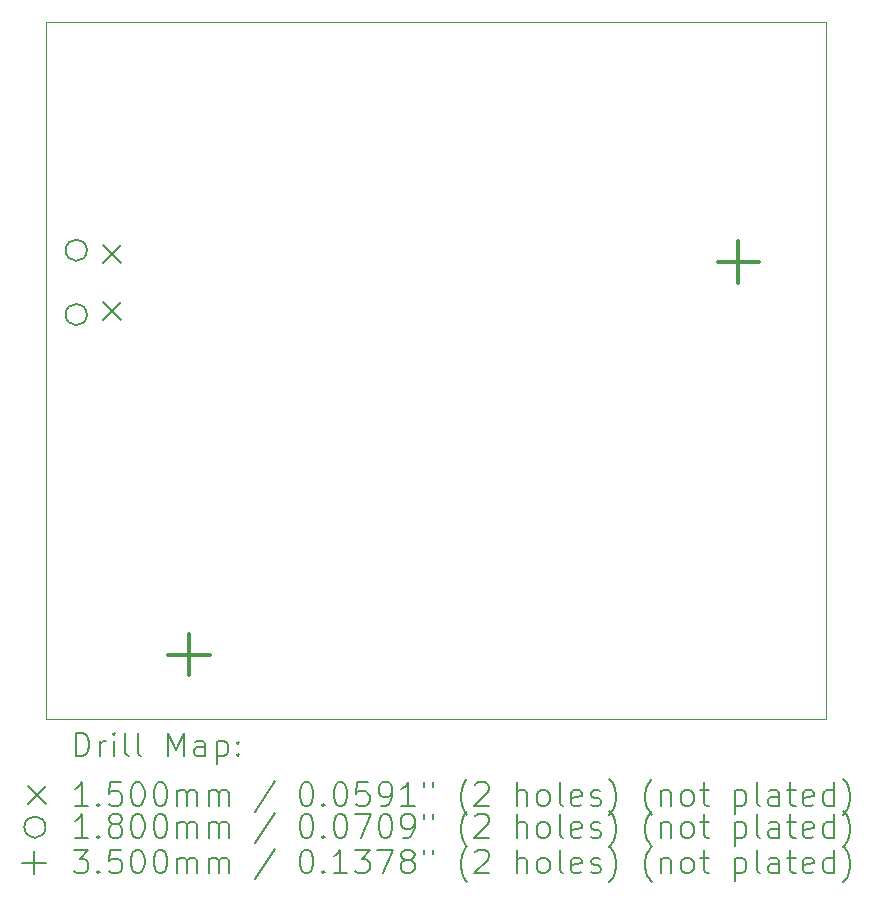
<source format=gbr>
%FSLAX45Y45*%
G04 Gerber Fmt 4.5, Leading zero omitted, Abs format (unit mm)*
G04 Created by KiCad (PCBNEW (6.0.4)) date 2023-05-30 12:53:22*
%MOMM*%
%LPD*%
G01*
G04 APERTURE LIST*
%TA.AperFunction,Profile*%
%ADD10C,0.100000*%
%TD*%
%ADD11C,0.200000*%
%ADD12C,0.150000*%
%ADD13C,0.180000*%
%ADD14C,0.350000*%
G04 APERTURE END LIST*
D10*
X11421500Y-7215000D02*
X18021500Y-7215000D01*
X18021500Y-7215000D02*
X18021500Y-13115000D01*
X18021500Y-13115000D02*
X11421500Y-13115000D01*
X11421500Y-13115000D02*
X11421500Y-7215000D01*
D11*
D12*
X11904500Y-9100000D02*
X12054500Y-9250000D01*
X12054500Y-9100000D02*
X11904500Y-9250000D01*
X11904500Y-9585000D02*
X12054500Y-9735000D01*
X12054500Y-9585000D02*
X11904500Y-9735000D01*
D13*
X11766500Y-9145000D02*
G75*
G03*
X11766500Y-9145000I-90000J0D01*
G01*
X11766500Y-9690000D02*
G75*
G03*
X11766500Y-9690000I-90000J0D01*
G01*
D14*
X12631500Y-12395000D02*
X12631500Y-12745000D01*
X12456500Y-12570000D02*
X12806500Y-12570000D01*
X17281500Y-9070000D02*
X17281500Y-9420000D01*
X17106500Y-9245000D02*
X17456500Y-9245000D01*
D11*
X11674119Y-13430476D02*
X11674119Y-13230476D01*
X11721738Y-13230476D01*
X11750309Y-13240000D01*
X11769357Y-13259048D01*
X11778881Y-13278095D01*
X11788405Y-13316190D01*
X11788405Y-13344762D01*
X11778881Y-13382857D01*
X11769357Y-13401905D01*
X11750309Y-13420952D01*
X11721738Y-13430476D01*
X11674119Y-13430476D01*
X11874119Y-13430476D02*
X11874119Y-13297143D01*
X11874119Y-13335238D02*
X11883643Y-13316190D01*
X11893167Y-13306667D01*
X11912214Y-13297143D01*
X11931262Y-13297143D01*
X11997928Y-13430476D02*
X11997928Y-13297143D01*
X11997928Y-13230476D02*
X11988405Y-13240000D01*
X11997928Y-13249524D01*
X12007452Y-13240000D01*
X11997928Y-13230476D01*
X11997928Y-13249524D01*
X12121738Y-13430476D02*
X12102690Y-13420952D01*
X12093167Y-13401905D01*
X12093167Y-13230476D01*
X12226500Y-13430476D02*
X12207452Y-13420952D01*
X12197928Y-13401905D01*
X12197928Y-13230476D01*
X12455071Y-13430476D02*
X12455071Y-13230476D01*
X12521738Y-13373333D01*
X12588405Y-13230476D01*
X12588405Y-13430476D01*
X12769357Y-13430476D02*
X12769357Y-13325714D01*
X12759833Y-13306667D01*
X12740786Y-13297143D01*
X12702690Y-13297143D01*
X12683643Y-13306667D01*
X12769357Y-13420952D02*
X12750309Y-13430476D01*
X12702690Y-13430476D01*
X12683643Y-13420952D01*
X12674119Y-13401905D01*
X12674119Y-13382857D01*
X12683643Y-13363809D01*
X12702690Y-13354286D01*
X12750309Y-13354286D01*
X12769357Y-13344762D01*
X12864595Y-13297143D02*
X12864595Y-13497143D01*
X12864595Y-13306667D02*
X12883643Y-13297143D01*
X12921738Y-13297143D01*
X12940786Y-13306667D01*
X12950309Y-13316190D01*
X12959833Y-13335238D01*
X12959833Y-13392381D01*
X12950309Y-13411428D01*
X12940786Y-13420952D01*
X12921738Y-13430476D01*
X12883643Y-13430476D01*
X12864595Y-13420952D01*
X13045548Y-13411428D02*
X13055071Y-13420952D01*
X13045548Y-13430476D01*
X13036024Y-13420952D01*
X13045548Y-13411428D01*
X13045548Y-13430476D01*
X13045548Y-13306667D02*
X13055071Y-13316190D01*
X13045548Y-13325714D01*
X13036024Y-13316190D01*
X13045548Y-13306667D01*
X13045548Y-13325714D01*
D12*
X11266500Y-13685000D02*
X11416500Y-13835000D01*
X11416500Y-13685000D02*
X11266500Y-13835000D01*
D11*
X11778881Y-13850476D02*
X11664595Y-13850476D01*
X11721738Y-13850476D02*
X11721738Y-13650476D01*
X11702690Y-13679048D01*
X11683643Y-13698095D01*
X11664595Y-13707619D01*
X11864595Y-13831428D02*
X11874119Y-13840952D01*
X11864595Y-13850476D01*
X11855071Y-13840952D01*
X11864595Y-13831428D01*
X11864595Y-13850476D01*
X12055071Y-13650476D02*
X11959833Y-13650476D01*
X11950309Y-13745714D01*
X11959833Y-13736190D01*
X11978881Y-13726667D01*
X12026500Y-13726667D01*
X12045548Y-13736190D01*
X12055071Y-13745714D01*
X12064595Y-13764762D01*
X12064595Y-13812381D01*
X12055071Y-13831428D01*
X12045548Y-13840952D01*
X12026500Y-13850476D01*
X11978881Y-13850476D01*
X11959833Y-13840952D01*
X11950309Y-13831428D01*
X12188405Y-13650476D02*
X12207452Y-13650476D01*
X12226500Y-13660000D01*
X12236024Y-13669524D01*
X12245548Y-13688571D01*
X12255071Y-13726667D01*
X12255071Y-13774286D01*
X12245548Y-13812381D01*
X12236024Y-13831428D01*
X12226500Y-13840952D01*
X12207452Y-13850476D01*
X12188405Y-13850476D01*
X12169357Y-13840952D01*
X12159833Y-13831428D01*
X12150309Y-13812381D01*
X12140786Y-13774286D01*
X12140786Y-13726667D01*
X12150309Y-13688571D01*
X12159833Y-13669524D01*
X12169357Y-13660000D01*
X12188405Y-13650476D01*
X12378881Y-13650476D02*
X12397928Y-13650476D01*
X12416976Y-13660000D01*
X12426500Y-13669524D01*
X12436024Y-13688571D01*
X12445548Y-13726667D01*
X12445548Y-13774286D01*
X12436024Y-13812381D01*
X12426500Y-13831428D01*
X12416976Y-13840952D01*
X12397928Y-13850476D01*
X12378881Y-13850476D01*
X12359833Y-13840952D01*
X12350309Y-13831428D01*
X12340786Y-13812381D01*
X12331262Y-13774286D01*
X12331262Y-13726667D01*
X12340786Y-13688571D01*
X12350309Y-13669524D01*
X12359833Y-13660000D01*
X12378881Y-13650476D01*
X12531262Y-13850476D02*
X12531262Y-13717143D01*
X12531262Y-13736190D02*
X12540786Y-13726667D01*
X12559833Y-13717143D01*
X12588405Y-13717143D01*
X12607452Y-13726667D01*
X12616976Y-13745714D01*
X12616976Y-13850476D01*
X12616976Y-13745714D02*
X12626500Y-13726667D01*
X12645548Y-13717143D01*
X12674119Y-13717143D01*
X12693167Y-13726667D01*
X12702690Y-13745714D01*
X12702690Y-13850476D01*
X12797928Y-13850476D02*
X12797928Y-13717143D01*
X12797928Y-13736190D02*
X12807452Y-13726667D01*
X12826500Y-13717143D01*
X12855071Y-13717143D01*
X12874119Y-13726667D01*
X12883643Y-13745714D01*
X12883643Y-13850476D01*
X12883643Y-13745714D02*
X12893167Y-13726667D01*
X12912214Y-13717143D01*
X12940786Y-13717143D01*
X12959833Y-13726667D01*
X12969357Y-13745714D01*
X12969357Y-13850476D01*
X13359833Y-13640952D02*
X13188405Y-13898095D01*
X13616976Y-13650476D02*
X13636024Y-13650476D01*
X13655071Y-13660000D01*
X13664595Y-13669524D01*
X13674119Y-13688571D01*
X13683643Y-13726667D01*
X13683643Y-13774286D01*
X13674119Y-13812381D01*
X13664595Y-13831428D01*
X13655071Y-13840952D01*
X13636024Y-13850476D01*
X13616976Y-13850476D01*
X13597928Y-13840952D01*
X13588405Y-13831428D01*
X13578881Y-13812381D01*
X13569357Y-13774286D01*
X13569357Y-13726667D01*
X13578881Y-13688571D01*
X13588405Y-13669524D01*
X13597928Y-13660000D01*
X13616976Y-13650476D01*
X13769357Y-13831428D02*
X13778881Y-13840952D01*
X13769357Y-13850476D01*
X13759833Y-13840952D01*
X13769357Y-13831428D01*
X13769357Y-13850476D01*
X13902690Y-13650476D02*
X13921738Y-13650476D01*
X13940786Y-13660000D01*
X13950309Y-13669524D01*
X13959833Y-13688571D01*
X13969357Y-13726667D01*
X13969357Y-13774286D01*
X13959833Y-13812381D01*
X13950309Y-13831428D01*
X13940786Y-13840952D01*
X13921738Y-13850476D01*
X13902690Y-13850476D01*
X13883643Y-13840952D01*
X13874119Y-13831428D01*
X13864595Y-13812381D01*
X13855071Y-13774286D01*
X13855071Y-13726667D01*
X13864595Y-13688571D01*
X13874119Y-13669524D01*
X13883643Y-13660000D01*
X13902690Y-13650476D01*
X14150309Y-13650476D02*
X14055071Y-13650476D01*
X14045548Y-13745714D01*
X14055071Y-13736190D01*
X14074119Y-13726667D01*
X14121738Y-13726667D01*
X14140786Y-13736190D01*
X14150309Y-13745714D01*
X14159833Y-13764762D01*
X14159833Y-13812381D01*
X14150309Y-13831428D01*
X14140786Y-13840952D01*
X14121738Y-13850476D01*
X14074119Y-13850476D01*
X14055071Y-13840952D01*
X14045548Y-13831428D01*
X14255071Y-13850476D02*
X14293167Y-13850476D01*
X14312214Y-13840952D01*
X14321738Y-13831428D01*
X14340786Y-13802857D01*
X14350309Y-13764762D01*
X14350309Y-13688571D01*
X14340786Y-13669524D01*
X14331262Y-13660000D01*
X14312214Y-13650476D01*
X14274119Y-13650476D01*
X14255071Y-13660000D01*
X14245548Y-13669524D01*
X14236024Y-13688571D01*
X14236024Y-13736190D01*
X14245548Y-13755238D01*
X14255071Y-13764762D01*
X14274119Y-13774286D01*
X14312214Y-13774286D01*
X14331262Y-13764762D01*
X14340786Y-13755238D01*
X14350309Y-13736190D01*
X14540786Y-13850476D02*
X14426500Y-13850476D01*
X14483643Y-13850476D02*
X14483643Y-13650476D01*
X14464595Y-13679048D01*
X14445548Y-13698095D01*
X14426500Y-13707619D01*
X14616976Y-13650476D02*
X14616976Y-13688571D01*
X14693167Y-13650476D02*
X14693167Y-13688571D01*
X14988405Y-13926667D02*
X14978881Y-13917143D01*
X14959833Y-13888571D01*
X14950309Y-13869524D01*
X14940786Y-13840952D01*
X14931262Y-13793333D01*
X14931262Y-13755238D01*
X14940786Y-13707619D01*
X14950309Y-13679048D01*
X14959833Y-13660000D01*
X14978881Y-13631428D01*
X14988405Y-13621905D01*
X15055071Y-13669524D02*
X15064595Y-13660000D01*
X15083643Y-13650476D01*
X15131262Y-13650476D01*
X15150309Y-13660000D01*
X15159833Y-13669524D01*
X15169357Y-13688571D01*
X15169357Y-13707619D01*
X15159833Y-13736190D01*
X15045548Y-13850476D01*
X15169357Y-13850476D01*
X15407452Y-13850476D02*
X15407452Y-13650476D01*
X15493167Y-13850476D02*
X15493167Y-13745714D01*
X15483643Y-13726667D01*
X15464595Y-13717143D01*
X15436024Y-13717143D01*
X15416976Y-13726667D01*
X15407452Y-13736190D01*
X15616976Y-13850476D02*
X15597928Y-13840952D01*
X15588405Y-13831428D01*
X15578881Y-13812381D01*
X15578881Y-13755238D01*
X15588405Y-13736190D01*
X15597928Y-13726667D01*
X15616976Y-13717143D01*
X15645548Y-13717143D01*
X15664595Y-13726667D01*
X15674119Y-13736190D01*
X15683643Y-13755238D01*
X15683643Y-13812381D01*
X15674119Y-13831428D01*
X15664595Y-13840952D01*
X15645548Y-13850476D01*
X15616976Y-13850476D01*
X15797928Y-13850476D02*
X15778881Y-13840952D01*
X15769357Y-13821905D01*
X15769357Y-13650476D01*
X15950309Y-13840952D02*
X15931262Y-13850476D01*
X15893167Y-13850476D01*
X15874119Y-13840952D01*
X15864595Y-13821905D01*
X15864595Y-13745714D01*
X15874119Y-13726667D01*
X15893167Y-13717143D01*
X15931262Y-13717143D01*
X15950309Y-13726667D01*
X15959833Y-13745714D01*
X15959833Y-13764762D01*
X15864595Y-13783809D01*
X16036024Y-13840952D02*
X16055071Y-13850476D01*
X16093167Y-13850476D01*
X16112214Y-13840952D01*
X16121738Y-13821905D01*
X16121738Y-13812381D01*
X16112214Y-13793333D01*
X16093167Y-13783809D01*
X16064595Y-13783809D01*
X16045548Y-13774286D01*
X16036024Y-13755238D01*
X16036024Y-13745714D01*
X16045548Y-13726667D01*
X16064595Y-13717143D01*
X16093167Y-13717143D01*
X16112214Y-13726667D01*
X16188405Y-13926667D02*
X16197928Y-13917143D01*
X16216976Y-13888571D01*
X16226500Y-13869524D01*
X16236024Y-13840952D01*
X16245548Y-13793333D01*
X16245548Y-13755238D01*
X16236024Y-13707619D01*
X16226500Y-13679048D01*
X16216976Y-13660000D01*
X16197928Y-13631428D01*
X16188405Y-13621905D01*
X16550309Y-13926667D02*
X16540786Y-13917143D01*
X16521738Y-13888571D01*
X16512214Y-13869524D01*
X16502690Y-13840952D01*
X16493167Y-13793333D01*
X16493167Y-13755238D01*
X16502690Y-13707619D01*
X16512214Y-13679048D01*
X16521738Y-13660000D01*
X16540786Y-13631428D01*
X16550309Y-13621905D01*
X16626500Y-13717143D02*
X16626500Y-13850476D01*
X16626500Y-13736190D02*
X16636024Y-13726667D01*
X16655071Y-13717143D01*
X16683643Y-13717143D01*
X16702690Y-13726667D01*
X16712214Y-13745714D01*
X16712214Y-13850476D01*
X16836024Y-13850476D02*
X16816976Y-13840952D01*
X16807452Y-13831428D01*
X16797929Y-13812381D01*
X16797929Y-13755238D01*
X16807452Y-13736190D01*
X16816976Y-13726667D01*
X16836024Y-13717143D01*
X16864595Y-13717143D01*
X16883643Y-13726667D01*
X16893167Y-13736190D01*
X16902690Y-13755238D01*
X16902690Y-13812381D01*
X16893167Y-13831428D01*
X16883643Y-13840952D01*
X16864595Y-13850476D01*
X16836024Y-13850476D01*
X16959833Y-13717143D02*
X17036024Y-13717143D01*
X16988405Y-13650476D02*
X16988405Y-13821905D01*
X16997929Y-13840952D01*
X17016976Y-13850476D01*
X17036024Y-13850476D01*
X17255071Y-13717143D02*
X17255071Y-13917143D01*
X17255071Y-13726667D02*
X17274119Y-13717143D01*
X17312214Y-13717143D01*
X17331262Y-13726667D01*
X17340786Y-13736190D01*
X17350310Y-13755238D01*
X17350310Y-13812381D01*
X17340786Y-13831428D01*
X17331262Y-13840952D01*
X17312214Y-13850476D01*
X17274119Y-13850476D01*
X17255071Y-13840952D01*
X17464595Y-13850476D02*
X17445548Y-13840952D01*
X17436024Y-13821905D01*
X17436024Y-13650476D01*
X17626500Y-13850476D02*
X17626500Y-13745714D01*
X17616976Y-13726667D01*
X17597929Y-13717143D01*
X17559833Y-13717143D01*
X17540786Y-13726667D01*
X17626500Y-13840952D02*
X17607452Y-13850476D01*
X17559833Y-13850476D01*
X17540786Y-13840952D01*
X17531262Y-13821905D01*
X17531262Y-13802857D01*
X17540786Y-13783809D01*
X17559833Y-13774286D01*
X17607452Y-13774286D01*
X17626500Y-13764762D01*
X17693167Y-13717143D02*
X17769357Y-13717143D01*
X17721738Y-13650476D02*
X17721738Y-13821905D01*
X17731262Y-13840952D01*
X17750310Y-13850476D01*
X17769357Y-13850476D01*
X17912214Y-13840952D02*
X17893167Y-13850476D01*
X17855071Y-13850476D01*
X17836024Y-13840952D01*
X17826500Y-13821905D01*
X17826500Y-13745714D01*
X17836024Y-13726667D01*
X17855071Y-13717143D01*
X17893167Y-13717143D01*
X17912214Y-13726667D01*
X17921738Y-13745714D01*
X17921738Y-13764762D01*
X17826500Y-13783809D01*
X18093167Y-13850476D02*
X18093167Y-13650476D01*
X18093167Y-13840952D02*
X18074119Y-13850476D01*
X18036024Y-13850476D01*
X18016976Y-13840952D01*
X18007452Y-13831428D01*
X17997929Y-13812381D01*
X17997929Y-13755238D01*
X18007452Y-13736190D01*
X18016976Y-13726667D01*
X18036024Y-13717143D01*
X18074119Y-13717143D01*
X18093167Y-13726667D01*
X18169357Y-13926667D02*
X18178881Y-13917143D01*
X18197929Y-13888571D01*
X18207452Y-13869524D01*
X18216976Y-13840952D01*
X18226500Y-13793333D01*
X18226500Y-13755238D01*
X18216976Y-13707619D01*
X18207452Y-13679048D01*
X18197929Y-13660000D01*
X18178881Y-13631428D01*
X18169357Y-13621905D01*
D13*
X11416500Y-14030000D02*
G75*
G03*
X11416500Y-14030000I-90000J0D01*
G01*
D11*
X11778881Y-14120476D02*
X11664595Y-14120476D01*
X11721738Y-14120476D02*
X11721738Y-13920476D01*
X11702690Y-13949048D01*
X11683643Y-13968095D01*
X11664595Y-13977619D01*
X11864595Y-14101428D02*
X11874119Y-14110952D01*
X11864595Y-14120476D01*
X11855071Y-14110952D01*
X11864595Y-14101428D01*
X11864595Y-14120476D01*
X11988405Y-14006190D02*
X11969357Y-13996667D01*
X11959833Y-13987143D01*
X11950309Y-13968095D01*
X11950309Y-13958571D01*
X11959833Y-13939524D01*
X11969357Y-13930000D01*
X11988405Y-13920476D01*
X12026500Y-13920476D01*
X12045548Y-13930000D01*
X12055071Y-13939524D01*
X12064595Y-13958571D01*
X12064595Y-13968095D01*
X12055071Y-13987143D01*
X12045548Y-13996667D01*
X12026500Y-14006190D01*
X11988405Y-14006190D01*
X11969357Y-14015714D01*
X11959833Y-14025238D01*
X11950309Y-14044286D01*
X11950309Y-14082381D01*
X11959833Y-14101428D01*
X11969357Y-14110952D01*
X11988405Y-14120476D01*
X12026500Y-14120476D01*
X12045548Y-14110952D01*
X12055071Y-14101428D01*
X12064595Y-14082381D01*
X12064595Y-14044286D01*
X12055071Y-14025238D01*
X12045548Y-14015714D01*
X12026500Y-14006190D01*
X12188405Y-13920476D02*
X12207452Y-13920476D01*
X12226500Y-13930000D01*
X12236024Y-13939524D01*
X12245548Y-13958571D01*
X12255071Y-13996667D01*
X12255071Y-14044286D01*
X12245548Y-14082381D01*
X12236024Y-14101428D01*
X12226500Y-14110952D01*
X12207452Y-14120476D01*
X12188405Y-14120476D01*
X12169357Y-14110952D01*
X12159833Y-14101428D01*
X12150309Y-14082381D01*
X12140786Y-14044286D01*
X12140786Y-13996667D01*
X12150309Y-13958571D01*
X12159833Y-13939524D01*
X12169357Y-13930000D01*
X12188405Y-13920476D01*
X12378881Y-13920476D02*
X12397928Y-13920476D01*
X12416976Y-13930000D01*
X12426500Y-13939524D01*
X12436024Y-13958571D01*
X12445548Y-13996667D01*
X12445548Y-14044286D01*
X12436024Y-14082381D01*
X12426500Y-14101428D01*
X12416976Y-14110952D01*
X12397928Y-14120476D01*
X12378881Y-14120476D01*
X12359833Y-14110952D01*
X12350309Y-14101428D01*
X12340786Y-14082381D01*
X12331262Y-14044286D01*
X12331262Y-13996667D01*
X12340786Y-13958571D01*
X12350309Y-13939524D01*
X12359833Y-13930000D01*
X12378881Y-13920476D01*
X12531262Y-14120476D02*
X12531262Y-13987143D01*
X12531262Y-14006190D02*
X12540786Y-13996667D01*
X12559833Y-13987143D01*
X12588405Y-13987143D01*
X12607452Y-13996667D01*
X12616976Y-14015714D01*
X12616976Y-14120476D01*
X12616976Y-14015714D02*
X12626500Y-13996667D01*
X12645548Y-13987143D01*
X12674119Y-13987143D01*
X12693167Y-13996667D01*
X12702690Y-14015714D01*
X12702690Y-14120476D01*
X12797928Y-14120476D02*
X12797928Y-13987143D01*
X12797928Y-14006190D02*
X12807452Y-13996667D01*
X12826500Y-13987143D01*
X12855071Y-13987143D01*
X12874119Y-13996667D01*
X12883643Y-14015714D01*
X12883643Y-14120476D01*
X12883643Y-14015714D02*
X12893167Y-13996667D01*
X12912214Y-13987143D01*
X12940786Y-13987143D01*
X12959833Y-13996667D01*
X12969357Y-14015714D01*
X12969357Y-14120476D01*
X13359833Y-13910952D02*
X13188405Y-14168095D01*
X13616976Y-13920476D02*
X13636024Y-13920476D01*
X13655071Y-13930000D01*
X13664595Y-13939524D01*
X13674119Y-13958571D01*
X13683643Y-13996667D01*
X13683643Y-14044286D01*
X13674119Y-14082381D01*
X13664595Y-14101428D01*
X13655071Y-14110952D01*
X13636024Y-14120476D01*
X13616976Y-14120476D01*
X13597928Y-14110952D01*
X13588405Y-14101428D01*
X13578881Y-14082381D01*
X13569357Y-14044286D01*
X13569357Y-13996667D01*
X13578881Y-13958571D01*
X13588405Y-13939524D01*
X13597928Y-13930000D01*
X13616976Y-13920476D01*
X13769357Y-14101428D02*
X13778881Y-14110952D01*
X13769357Y-14120476D01*
X13759833Y-14110952D01*
X13769357Y-14101428D01*
X13769357Y-14120476D01*
X13902690Y-13920476D02*
X13921738Y-13920476D01*
X13940786Y-13930000D01*
X13950309Y-13939524D01*
X13959833Y-13958571D01*
X13969357Y-13996667D01*
X13969357Y-14044286D01*
X13959833Y-14082381D01*
X13950309Y-14101428D01*
X13940786Y-14110952D01*
X13921738Y-14120476D01*
X13902690Y-14120476D01*
X13883643Y-14110952D01*
X13874119Y-14101428D01*
X13864595Y-14082381D01*
X13855071Y-14044286D01*
X13855071Y-13996667D01*
X13864595Y-13958571D01*
X13874119Y-13939524D01*
X13883643Y-13930000D01*
X13902690Y-13920476D01*
X14036024Y-13920476D02*
X14169357Y-13920476D01*
X14083643Y-14120476D01*
X14283643Y-13920476D02*
X14302690Y-13920476D01*
X14321738Y-13930000D01*
X14331262Y-13939524D01*
X14340786Y-13958571D01*
X14350309Y-13996667D01*
X14350309Y-14044286D01*
X14340786Y-14082381D01*
X14331262Y-14101428D01*
X14321738Y-14110952D01*
X14302690Y-14120476D01*
X14283643Y-14120476D01*
X14264595Y-14110952D01*
X14255071Y-14101428D01*
X14245548Y-14082381D01*
X14236024Y-14044286D01*
X14236024Y-13996667D01*
X14245548Y-13958571D01*
X14255071Y-13939524D01*
X14264595Y-13930000D01*
X14283643Y-13920476D01*
X14445548Y-14120476D02*
X14483643Y-14120476D01*
X14502690Y-14110952D01*
X14512214Y-14101428D01*
X14531262Y-14072857D01*
X14540786Y-14034762D01*
X14540786Y-13958571D01*
X14531262Y-13939524D01*
X14521738Y-13930000D01*
X14502690Y-13920476D01*
X14464595Y-13920476D01*
X14445548Y-13930000D01*
X14436024Y-13939524D01*
X14426500Y-13958571D01*
X14426500Y-14006190D01*
X14436024Y-14025238D01*
X14445548Y-14034762D01*
X14464595Y-14044286D01*
X14502690Y-14044286D01*
X14521738Y-14034762D01*
X14531262Y-14025238D01*
X14540786Y-14006190D01*
X14616976Y-13920476D02*
X14616976Y-13958571D01*
X14693167Y-13920476D02*
X14693167Y-13958571D01*
X14988405Y-14196667D02*
X14978881Y-14187143D01*
X14959833Y-14158571D01*
X14950309Y-14139524D01*
X14940786Y-14110952D01*
X14931262Y-14063333D01*
X14931262Y-14025238D01*
X14940786Y-13977619D01*
X14950309Y-13949048D01*
X14959833Y-13930000D01*
X14978881Y-13901428D01*
X14988405Y-13891905D01*
X15055071Y-13939524D02*
X15064595Y-13930000D01*
X15083643Y-13920476D01*
X15131262Y-13920476D01*
X15150309Y-13930000D01*
X15159833Y-13939524D01*
X15169357Y-13958571D01*
X15169357Y-13977619D01*
X15159833Y-14006190D01*
X15045548Y-14120476D01*
X15169357Y-14120476D01*
X15407452Y-14120476D02*
X15407452Y-13920476D01*
X15493167Y-14120476D02*
X15493167Y-14015714D01*
X15483643Y-13996667D01*
X15464595Y-13987143D01*
X15436024Y-13987143D01*
X15416976Y-13996667D01*
X15407452Y-14006190D01*
X15616976Y-14120476D02*
X15597928Y-14110952D01*
X15588405Y-14101428D01*
X15578881Y-14082381D01*
X15578881Y-14025238D01*
X15588405Y-14006190D01*
X15597928Y-13996667D01*
X15616976Y-13987143D01*
X15645548Y-13987143D01*
X15664595Y-13996667D01*
X15674119Y-14006190D01*
X15683643Y-14025238D01*
X15683643Y-14082381D01*
X15674119Y-14101428D01*
X15664595Y-14110952D01*
X15645548Y-14120476D01*
X15616976Y-14120476D01*
X15797928Y-14120476D02*
X15778881Y-14110952D01*
X15769357Y-14091905D01*
X15769357Y-13920476D01*
X15950309Y-14110952D02*
X15931262Y-14120476D01*
X15893167Y-14120476D01*
X15874119Y-14110952D01*
X15864595Y-14091905D01*
X15864595Y-14015714D01*
X15874119Y-13996667D01*
X15893167Y-13987143D01*
X15931262Y-13987143D01*
X15950309Y-13996667D01*
X15959833Y-14015714D01*
X15959833Y-14034762D01*
X15864595Y-14053809D01*
X16036024Y-14110952D02*
X16055071Y-14120476D01*
X16093167Y-14120476D01*
X16112214Y-14110952D01*
X16121738Y-14091905D01*
X16121738Y-14082381D01*
X16112214Y-14063333D01*
X16093167Y-14053809D01*
X16064595Y-14053809D01*
X16045548Y-14044286D01*
X16036024Y-14025238D01*
X16036024Y-14015714D01*
X16045548Y-13996667D01*
X16064595Y-13987143D01*
X16093167Y-13987143D01*
X16112214Y-13996667D01*
X16188405Y-14196667D02*
X16197928Y-14187143D01*
X16216976Y-14158571D01*
X16226500Y-14139524D01*
X16236024Y-14110952D01*
X16245548Y-14063333D01*
X16245548Y-14025238D01*
X16236024Y-13977619D01*
X16226500Y-13949048D01*
X16216976Y-13930000D01*
X16197928Y-13901428D01*
X16188405Y-13891905D01*
X16550309Y-14196667D02*
X16540786Y-14187143D01*
X16521738Y-14158571D01*
X16512214Y-14139524D01*
X16502690Y-14110952D01*
X16493167Y-14063333D01*
X16493167Y-14025238D01*
X16502690Y-13977619D01*
X16512214Y-13949048D01*
X16521738Y-13930000D01*
X16540786Y-13901428D01*
X16550309Y-13891905D01*
X16626500Y-13987143D02*
X16626500Y-14120476D01*
X16626500Y-14006190D02*
X16636024Y-13996667D01*
X16655071Y-13987143D01*
X16683643Y-13987143D01*
X16702690Y-13996667D01*
X16712214Y-14015714D01*
X16712214Y-14120476D01*
X16836024Y-14120476D02*
X16816976Y-14110952D01*
X16807452Y-14101428D01*
X16797929Y-14082381D01*
X16797929Y-14025238D01*
X16807452Y-14006190D01*
X16816976Y-13996667D01*
X16836024Y-13987143D01*
X16864595Y-13987143D01*
X16883643Y-13996667D01*
X16893167Y-14006190D01*
X16902690Y-14025238D01*
X16902690Y-14082381D01*
X16893167Y-14101428D01*
X16883643Y-14110952D01*
X16864595Y-14120476D01*
X16836024Y-14120476D01*
X16959833Y-13987143D02*
X17036024Y-13987143D01*
X16988405Y-13920476D02*
X16988405Y-14091905D01*
X16997929Y-14110952D01*
X17016976Y-14120476D01*
X17036024Y-14120476D01*
X17255071Y-13987143D02*
X17255071Y-14187143D01*
X17255071Y-13996667D02*
X17274119Y-13987143D01*
X17312214Y-13987143D01*
X17331262Y-13996667D01*
X17340786Y-14006190D01*
X17350310Y-14025238D01*
X17350310Y-14082381D01*
X17340786Y-14101428D01*
X17331262Y-14110952D01*
X17312214Y-14120476D01*
X17274119Y-14120476D01*
X17255071Y-14110952D01*
X17464595Y-14120476D02*
X17445548Y-14110952D01*
X17436024Y-14091905D01*
X17436024Y-13920476D01*
X17626500Y-14120476D02*
X17626500Y-14015714D01*
X17616976Y-13996667D01*
X17597929Y-13987143D01*
X17559833Y-13987143D01*
X17540786Y-13996667D01*
X17626500Y-14110952D02*
X17607452Y-14120476D01*
X17559833Y-14120476D01*
X17540786Y-14110952D01*
X17531262Y-14091905D01*
X17531262Y-14072857D01*
X17540786Y-14053809D01*
X17559833Y-14044286D01*
X17607452Y-14044286D01*
X17626500Y-14034762D01*
X17693167Y-13987143D02*
X17769357Y-13987143D01*
X17721738Y-13920476D02*
X17721738Y-14091905D01*
X17731262Y-14110952D01*
X17750310Y-14120476D01*
X17769357Y-14120476D01*
X17912214Y-14110952D02*
X17893167Y-14120476D01*
X17855071Y-14120476D01*
X17836024Y-14110952D01*
X17826500Y-14091905D01*
X17826500Y-14015714D01*
X17836024Y-13996667D01*
X17855071Y-13987143D01*
X17893167Y-13987143D01*
X17912214Y-13996667D01*
X17921738Y-14015714D01*
X17921738Y-14034762D01*
X17826500Y-14053809D01*
X18093167Y-14120476D02*
X18093167Y-13920476D01*
X18093167Y-14110952D02*
X18074119Y-14120476D01*
X18036024Y-14120476D01*
X18016976Y-14110952D01*
X18007452Y-14101428D01*
X17997929Y-14082381D01*
X17997929Y-14025238D01*
X18007452Y-14006190D01*
X18016976Y-13996667D01*
X18036024Y-13987143D01*
X18074119Y-13987143D01*
X18093167Y-13996667D01*
X18169357Y-14196667D02*
X18178881Y-14187143D01*
X18197929Y-14158571D01*
X18207452Y-14139524D01*
X18216976Y-14110952D01*
X18226500Y-14063333D01*
X18226500Y-14025238D01*
X18216976Y-13977619D01*
X18207452Y-13949048D01*
X18197929Y-13930000D01*
X18178881Y-13901428D01*
X18169357Y-13891905D01*
X11316500Y-14230000D02*
X11316500Y-14430000D01*
X11216500Y-14330000D02*
X11416500Y-14330000D01*
X11655071Y-14220476D02*
X11778881Y-14220476D01*
X11712214Y-14296667D01*
X11740786Y-14296667D01*
X11759833Y-14306190D01*
X11769357Y-14315714D01*
X11778881Y-14334762D01*
X11778881Y-14382381D01*
X11769357Y-14401428D01*
X11759833Y-14410952D01*
X11740786Y-14420476D01*
X11683643Y-14420476D01*
X11664595Y-14410952D01*
X11655071Y-14401428D01*
X11864595Y-14401428D02*
X11874119Y-14410952D01*
X11864595Y-14420476D01*
X11855071Y-14410952D01*
X11864595Y-14401428D01*
X11864595Y-14420476D01*
X12055071Y-14220476D02*
X11959833Y-14220476D01*
X11950309Y-14315714D01*
X11959833Y-14306190D01*
X11978881Y-14296667D01*
X12026500Y-14296667D01*
X12045548Y-14306190D01*
X12055071Y-14315714D01*
X12064595Y-14334762D01*
X12064595Y-14382381D01*
X12055071Y-14401428D01*
X12045548Y-14410952D01*
X12026500Y-14420476D01*
X11978881Y-14420476D01*
X11959833Y-14410952D01*
X11950309Y-14401428D01*
X12188405Y-14220476D02*
X12207452Y-14220476D01*
X12226500Y-14230000D01*
X12236024Y-14239524D01*
X12245548Y-14258571D01*
X12255071Y-14296667D01*
X12255071Y-14344286D01*
X12245548Y-14382381D01*
X12236024Y-14401428D01*
X12226500Y-14410952D01*
X12207452Y-14420476D01*
X12188405Y-14420476D01*
X12169357Y-14410952D01*
X12159833Y-14401428D01*
X12150309Y-14382381D01*
X12140786Y-14344286D01*
X12140786Y-14296667D01*
X12150309Y-14258571D01*
X12159833Y-14239524D01*
X12169357Y-14230000D01*
X12188405Y-14220476D01*
X12378881Y-14220476D02*
X12397928Y-14220476D01*
X12416976Y-14230000D01*
X12426500Y-14239524D01*
X12436024Y-14258571D01*
X12445548Y-14296667D01*
X12445548Y-14344286D01*
X12436024Y-14382381D01*
X12426500Y-14401428D01*
X12416976Y-14410952D01*
X12397928Y-14420476D01*
X12378881Y-14420476D01*
X12359833Y-14410952D01*
X12350309Y-14401428D01*
X12340786Y-14382381D01*
X12331262Y-14344286D01*
X12331262Y-14296667D01*
X12340786Y-14258571D01*
X12350309Y-14239524D01*
X12359833Y-14230000D01*
X12378881Y-14220476D01*
X12531262Y-14420476D02*
X12531262Y-14287143D01*
X12531262Y-14306190D02*
X12540786Y-14296667D01*
X12559833Y-14287143D01*
X12588405Y-14287143D01*
X12607452Y-14296667D01*
X12616976Y-14315714D01*
X12616976Y-14420476D01*
X12616976Y-14315714D02*
X12626500Y-14296667D01*
X12645548Y-14287143D01*
X12674119Y-14287143D01*
X12693167Y-14296667D01*
X12702690Y-14315714D01*
X12702690Y-14420476D01*
X12797928Y-14420476D02*
X12797928Y-14287143D01*
X12797928Y-14306190D02*
X12807452Y-14296667D01*
X12826500Y-14287143D01*
X12855071Y-14287143D01*
X12874119Y-14296667D01*
X12883643Y-14315714D01*
X12883643Y-14420476D01*
X12883643Y-14315714D02*
X12893167Y-14296667D01*
X12912214Y-14287143D01*
X12940786Y-14287143D01*
X12959833Y-14296667D01*
X12969357Y-14315714D01*
X12969357Y-14420476D01*
X13359833Y-14210952D02*
X13188405Y-14468095D01*
X13616976Y-14220476D02*
X13636024Y-14220476D01*
X13655071Y-14230000D01*
X13664595Y-14239524D01*
X13674119Y-14258571D01*
X13683643Y-14296667D01*
X13683643Y-14344286D01*
X13674119Y-14382381D01*
X13664595Y-14401428D01*
X13655071Y-14410952D01*
X13636024Y-14420476D01*
X13616976Y-14420476D01*
X13597928Y-14410952D01*
X13588405Y-14401428D01*
X13578881Y-14382381D01*
X13569357Y-14344286D01*
X13569357Y-14296667D01*
X13578881Y-14258571D01*
X13588405Y-14239524D01*
X13597928Y-14230000D01*
X13616976Y-14220476D01*
X13769357Y-14401428D02*
X13778881Y-14410952D01*
X13769357Y-14420476D01*
X13759833Y-14410952D01*
X13769357Y-14401428D01*
X13769357Y-14420476D01*
X13969357Y-14420476D02*
X13855071Y-14420476D01*
X13912214Y-14420476D02*
X13912214Y-14220476D01*
X13893167Y-14249048D01*
X13874119Y-14268095D01*
X13855071Y-14277619D01*
X14036024Y-14220476D02*
X14159833Y-14220476D01*
X14093167Y-14296667D01*
X14121738Y-14296667D01*
X14140786Y-14306190D01*
X14150309Y-14315714D01*
X14159833Y-14334762D01*
X14159833Y-14382381D01*
X14150309Y-14401428D01*
X14140786Y-14410952D01*
X14121738Y-14420476D01*
X14064595Y-14420476D01*
X14045548Y-14410952D01*
X14036024Y-14401428D01*
X14226500Y-14220476D02*
X14359833Y-14220476D01*
X14274119Y-14420476D01*
X14464595Y-14306190D02*
X14445548Y-14296667D01*
X14436024Y-14287143D01*
X14426500Y-14268095D01*
X14426500Y-14258571D01*
X14436024Y-14239524D01*
X14445548Y-14230000D01*
X14464595Y-14220476D01*
X14502690Y-14220476D01*
X14521738Y-14230000D01*
X14531262Y-14239524D01*
X14540786Y-14258571D01*
X14540786Y-14268095D01*
X14531262Y-14287143D01*
X14521738Y-14296667D01*
X14502690Y-14306190D01*
X14464595Y-14306190D01*
X14445548Y-14315714D01*
X14436024Y-14325238D01*
X14426500Y-14344286D01*
X14426500Y-14382381D01*
X14436024Y-14401428D01*
X14445548Y-14410952D01*
X14464595Y-14420476D01*
X14502690Y-14420476D01*
X14521738Y-14410952D01*
X14531262Y-14401428D01*
X14540786Y-14382381D01*
X14540786Y-14344286D01*
X14531262Y-14325238D01*
X14521738Y-14315714D01*
X14502690Y-14306190D01*
X14616976Y-14220476D02*
X14616976Y-14258571D01*
X14693167Y-14220476D02*
X14693167Y-14258571D01*
X14988405Y-14496667D02*
X14978881Y-14487143D01*
X14959833Y-14458571D01*
X14950309Y-14439524D01*
X14940786Y-14410952D01*
X14931262Y-14363333D01*
X14931262Y-14325238D01*
X14940786Y-14277619D01*
X14950309Y-14249048D01*
X14959833Y-14230000D01*
X14978881Y-14201428D01*
X14988405Y-14191905D01*
X15055071Y-14239524D02*
X15064595Y-14230000D01*
X15083643Y-14220476D01*
X15131262Y-14220476D01*
X15150309Y-14230000D01*
X15159833Y-14239524D01*
X15169357Y-14258571D01*
X15169357Y-14277619D01*
X15159833Y-14306190D01*
X15045548Y-14420476D01*
X15169357Y-14420476D01*
X15407452Y-14420476D02*
X15407452Y-14220476D01*
X15493167Y-14420476D02*
X15493167Y-14315714D01*
X15483643Y-14296667D01*
X15464595Y-14287143D01*
X15436024Y-14287143D01*
X15416976Y-14296667D01*
X15407452Y-14306190D01*
X15616976Y-14420476D02*
X15597928Y-14410952D01*
X15588405Y-14401428D01*
X15578881Y-14382381D01*
X15578881Y-14325238D01*
X15588405Y-14306190D01*
X15597928Y-14296667D01*
X15616976Y-14287143D01*
X15645548Y-14287143D01*
X15664595Y-14296667D01*
X15674119Y-14306190D01*
X15683643Y-14325238D01*
X15683643Y-14382381D01*
X15674119Y-14401428D01*
X15664595Y-14410952D01*
X15645548Y-14420476D01*
X15616976Y-14420476D01*
X15797928Y-14420476D02*
X15778881Y-14410952D01*
X15769357Y-14391905D01*
X15769357Y-14220476D01*
X15950309Y-14410952D02*
X15931262Y-14420476D01*
X15893167Y-14420476D01*
X15874119Y-14410952D01*
X15864595Y-14391905D01*
X15864595Y-14315714D01*
X15874119Y-14296667D01*
X15893167Y-14287143D01*
X15931262Y-14287143D01*
X15950309Y-14296667D01*
X15959833Y-14315714D01*
X15959833Y-14334762D01*
X15864595Y-14353809D01*
X16036024Y-14410952D02*
X16055071Y-14420476D01*
X16093167Y-14420476D01*
X16112214Y-14410952D01*
X16121738Y-14391905D01*
X16121738Y-14382381D01*
X16112214Y-14363333D01*
X16093167Y-14353809D01*
X16064595Y-14353809D01*
X16045548Y-14344286D01*
X16036024Y-14325238D01*
X16036024Y-14315714D01*
X16045548Y-14296667D01*
X16064595Y-14287143D01*
X16093167Y-14287143D01*
X16112214Y-14296667D01*
X16188405Y-14496667D02*
X16197928Y-14487143D01*
X16216976Y-14458571D01*
X16226500Y-14439524D01*
X16236024Y-14410952D01*
X16245548Y-14363333D01*
X16245548Y-14325238D01*
X16236024Y-14277619D01*
X16226500Y-14249048D01*
X16216976Y-14230000D01*
X16197928Y-14201428D01*
X16188405Y-14191905D01*
X16550309Y-14496667D02*
X16540786Y-14487143D01*
X16521738Y-14458571D01*
X16512214Y-14439524D01*
X16502690Y-14410952D01*
X16493167Y-14363333D01*
X16493167Y-14325238D01*
X16502690Y-14277619D01*
X16512214Y-14249048D01*
X16521738Y-14230000D01*
X16540786Y-14201428D01*
X16550309Y-14191905D01*
X16626500Y-14287143D02*
X16626500Y-14420476D01*
X16626500Y-14306190D02*
X16636024Y-14296667D01*
X16655071Y-14287143D01*
X16683643Y-14287143D01*
X16702690Y-14296667D01*
X16712214Y-14315714D01*
X16712214Y-14420476D01*
X16836024Y-14420476D02*
X16816976Y-14410952D01*
X16807452Y-14401428D01*
X16797929Y-14382381D01*
X16797929Y-14325238D01*
X16807452Y-14306190D01*
X16816976Y-14296667D01*
X16836024Y-14287143D01*
X16864595Y-14287143D01*
X16883643Y-14296667D01*
X16893167Y-14306190D01*
X16902690Y-14325238D01*
X16902690Y-14382381D01*
X16893167Y-14401428D01*
X16883643Y-14410952D01*
X16864595Y-14420476D01*
X16836024Y-14420476D01*
X16959833Y-14287143D02*
X17036024Y-14287143D01*
X16988405Y-14220476D02*
X16988405Y-14391905D01*
X16997929Y-14410952D01*
X17016976Y-14420476D01*
X17036024Y-14420476D01*
X17255071Y-14287143D02*
X17255071Y-14487143D01*
X17255071Y-14296667D02*
X17274119Y-14287143D01*
X17312214Y-14287143D01*
X17331262Y-14296667D01*
X17340786Y-14306190D01*
X17350310Y-14325238D01*
X17350310Y-14382381D01*
X17340786Y-14401428D01*
X17331262Y-14410952D01*
X17312214Y-14420476D01*
X17274119Y-14420476D01*
X17255071Y-14410952D01*
X17464595Y-14420476D02*
X17445548Y-14410952D01*
X17436024Y-14391905D01*
X17436024Y-14220476D01*
X17626500Y-14420476D02*
X17626500Y-14315714D01*
X17616976Y-14296667D01*
X17597929Y-14287143D01*
X17559833Y-14287143D01*
X17540786Y-14296667D01*
X17626500Y-14410952D02*
X17607452Y-14420476D01*
X17559833Y-14420476D01*
X17540786Y-14410952D01*
X17531262Y-14391905D01*
X17531262Y-14372857D01*
X17540786Y-14353809D01*
X17559833Y-14344286D01*
X17607452Y-14344286D01*
X17626500Y-14334762D01*
X17693167Y-14287143D02*
X17769357Y-14287143D01*
X17721738Y-14220476D02*
X17721738Y-14391905D01*
X17731262Y-14410952D01*
X17750310Y-14420476D01*
X17769357Y-14420476D01*
X17912214Y-14410952D02*
X17893167Y-14420476D01*
X17855071Y-14420476D01*
X17836024Y-14410952D01*
X17826500Y-14391905D01*
X17826500Y-14315714D01*
X17836024Y-14296667D01*
X17855071Y-14287143D01*
X17893167Y-14287143D01*
X17912214Y-14296667D01*
X17921738Y-14315714D01*
X17921738Y-14334762D01*
X17826500Y-14353809D01*
X18093167Y-14420476D02*
X18093167Y-14220476D01*
X18093167Y-14410952D02*
X18074119Y-14420476D01*
X18036024Y-14420476D01*
X18016976Y-14410952D01*
X18007452Y-14401428D01*
X17997929Y-14382381D01*
X17997929Y-14325238D01*
X18007452Y-14306190D01*
X18016976Y-14296667D01*
X18036024Y-14287143D01*
X18074119Y-14287143D01*
X18093167Y-14296667D01*
X18169357Y-14496667D02*
X18178881Y-14487143D01*
X18197929Y-14458571D01*
X18207452Y-14439524D01*
X18216976Y-14410952D01*
X18226500Y-14363333D01*
X18226500Y-14325238D01*
X18216976Y-14277619D01*
X18207452Y-14249048D01*
X18197929Y-14230000D01*
X18178881Y-14201428D01*
X18169357Y-14191905D01*
M02*

</source>
